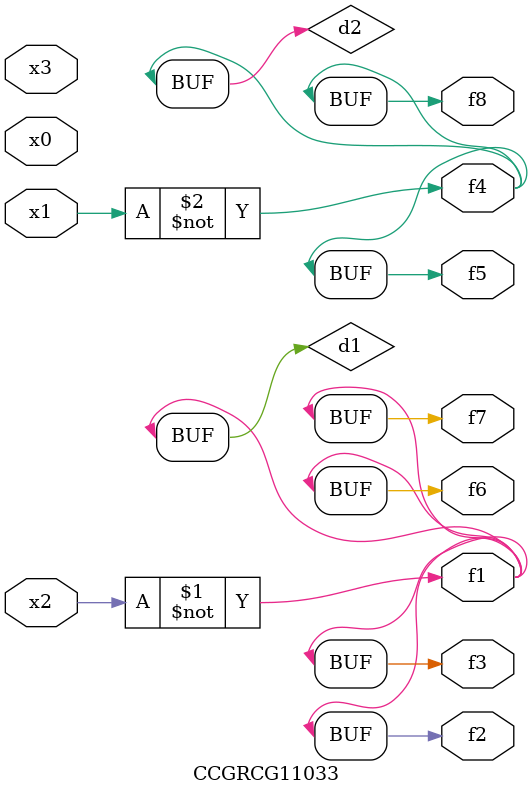
<source format=v>
module CCGRCG11033(
	input x0, x1, x2, x3,
	output f1, f2, f3, f4, f5, f6, f7, f8
);

	wire d1, d2;

	xnor (d1, x2);
	not (d2, x1);
	assign f1 = d1;
	assign f2 = d1;
	assign f3 = d1;
	assign f4 = d2;
	assign f5 = d2;
	assign f6 = d1;
	assign f7 = d1;
	assign f8 = d2;
endmodule

</source>
